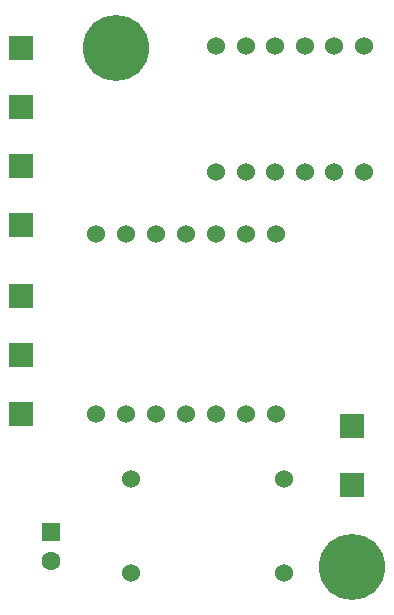
<source format=gbr>
%TF.GenerationSoftware,KiCad,Pcbnew,8.0.4*%
%TF.CreationDate,2026-02-03T00:17:50+01:00*%
%TF.ProjectId,bob,626f622e-6b69-4636-9164-5f7063625858,rev?*%
%TF.SameCoordinates,Original*%
%TF.FileFunction,Soldermask,Bot*%
%TF.FilePolarity,Negative*%
%FSLAX46Y46*%
G04 Gerber Fmt 4.6, Leading zero omitted, Abs format (unit mm)*
G04 Created by KiCad (PCBNEW 8.0.4) date 2026-02-03 00:17:50*
%MOMM*%
%LPD*%
G01*
G04 APERTURE LIST*
%ADD10C,5.600000*%
%ADD11R,2.000000X2.000000*%
%ADD12C,1.524000*%
%ADD13C,1.600000*%
%ADD14R,1.600000X1.600000*%
G04 APERTURE END LIST*
D10*
%TO.C,REF\u002A\u002A*%
X96000000Y-76000000D03*
%TD*%
D11*
%TO.C,GND*%
X68000000Y-63000000D03*
%TD*%
%TO.C,GND*%
X68000000Y-58000000D03*
%TD*%
%TO.C,GND*%
X96000000Y-69000000D03*
%TD*%
%TO.C,24V*%
X96000000Y-64000000D03*
%TD*%
%TO.C,5V*%
X68000000Y-53000000D03*
%TD*%
D10*
%TO.C,REF\u002A\u002A*%
X76000000Y-32000000D03*
%TD*%
D12*
%TO.C,STEP DOWN 5V*%
X90275000Y-68525000D03*
X90275000Y-76525000D03*
X77275000Y-68525000D03*
X77275000Y-76525000D03*
%TD*%
%TO.C,LOGIC LEVEL CONV.*%
X84500000Y-31900000D03*
X87000000Y-31900000D03*
X89500000Y-31900000D03*
X92000000Y-31900000D03*
X94500000Y-31900000D03*
X97000000Y-31900000D03*
X84500000Y-42500000D03*
X87000000Y-42500000D03*
X89500000Y-42500000D03*
X92000000Y-42500000D03*
X94500000Y-42500000D03*
X97000000Y-42500000D03*
%TD*%
D11*
%TO.C,D5*%
X68000000Y-47000000D03*
%TD*%
%TO.C,D4*%
X68000000Y-42000000D03*
%TD*%
%TO.C,D3*%
X68000000Y-37000000D03*
%TD*%
%TO.C,D2*%
X68000000Y-32000000D03*
%TD*%
D13*
%TO.C,100\u00B5F 25V*%
X70500000Y-75500000D03*
D14*
X70500000Y-73000000D03*
%TD*%
D12*
%TO.C,ESP32 S3*%
X89540000Y-63000000D03*
X87000000Y-63000000D03*
X84460000Y-63000000D03*
X81920000Y-63000000D03*
X79380000Y-63000000D03*
X76840000Y-63000000D03*
X74300000Y-63000000D03*
X74300000Y-47760000D03*
X76840000Y-47760000D03*
X79380000Y-47760000D03*
X81920000Y-47760000D03*
X84460000Y-47760000D03*
X87000000Y-47760000D03*
X89540000Y-47760000D03*
%TD*%
M02*

</source>
